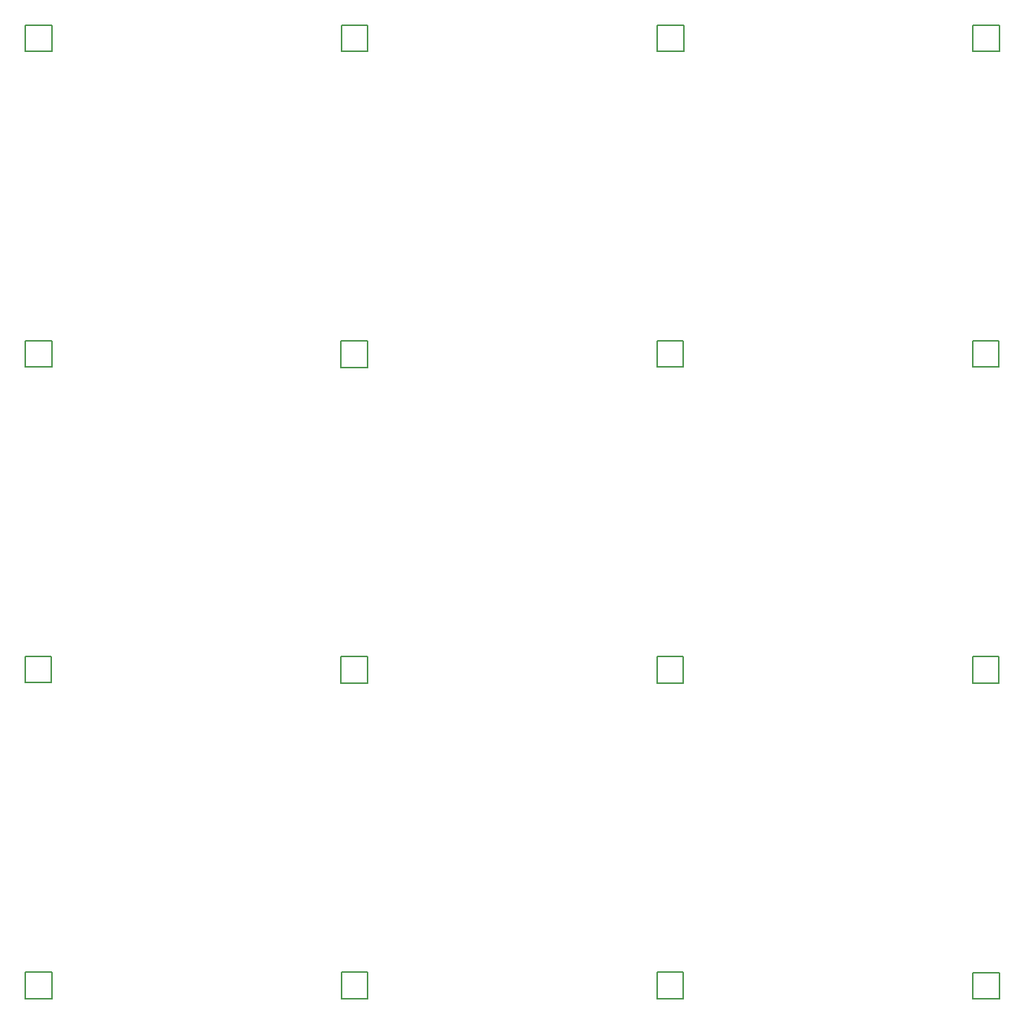
<source format=gbr>
G04*
G04 #@! TF.GenerationSoftware,Altium Limited,Altium Designer,25.0.2 (28)*
G04*
G04 Layer_Color=8388736*
%FSLAX25Y25*%
%MOIN*%
G70*
G04*
G04 #@! TF.SameCoordinates,7C83500D-BFB9-469C-A41D-0C693C3E1856*
G04*
G04*
G04 #@! TF.FilePolarity,Positive*
G04*
G01*
G75*
%ADD15C,0.00787*%
D15*
X570370Y126117D02*
Y137928D01*
X582181D01*
Y126117D02*
Y137928D01*
X570370Y126117D02*
X582181D01*
X428585Y126177D02*
Y137988D01*
X440396D01*
Y126177D02*
Y137988D01*
X428585Y126177D02*
X440396D01*
X286857Y126145D02*
Y137956D01*
X298668D01*
Y126145D02*
Y137956D01*
X286857Y126145D02*
X298668D01*
X145098Y126264D02*
Y138075D01*
X156909D01*
Y126264D02*
Y138075D01*
X145098Y126264D02*
X156909D01*
X570221Y267916D02*
Y279727D01*
X582032D01*
Y267916D02*
Y279727D01*
X570221Y267916D02*
X582032D01*
X428564Y267939D02*
Y279750D01*
X440375D01*
Y267939D02*
Y279750D01*
X428564Y267939D02*
X440375D01*
X286709Y267823D02*
Y279634D01*
X298520D01*
Y267823D02*
Y279634D01*
X286709Y267823D02*
X298520D01*
X144973Y267993D02*
Y279804D01*
X156784D01*
Y267993D02*
Y279804D01*
X144973Y267993D02*
X156784D01*
X570243Y409650D02*
Y421461D01*
X582054D01*
Y409650D02*
Y421461D01*
X570243Y409650D02*
X582054D01*
X428461Y409631D02*
Y421442D01*
X440272D01*
Y409631D02*
Y421442D01*
X428461Y409631D02*
X440272D01*
X286746Y409508D02*
Y421319D01*
X298557D01*
Y409508D02*
Y421319D01*
X286746Y409508D02*
X298557D01*
X145102Y409725D02*
Y421536D01*
X156913D01*
Y409725D02*
Y421536D01*
X145102Y409725D02*
X156913D01*
X570366Y551378D02*
Y563189D01*
X582177D01*
Y551378D02*
Y563189D01*
X570366Y551378D02*
X582177D01*
X428731Y551455D02*
Y563266D01*
X440542D01*
Y551455D02*
Y563266D01*
X428731Y551455D02*
X440542D01*
X286924Y551447D02*
Y563258D01*
X298735D01*
Y551447D02*
Y563258D01*
X286924Y551447D02*
X298735D01*
X145079Y563189D02*
X145079Y551378D01*
X145079Y563189D02*
X156890D01*
X156890Y551378D02*
X156890Y563189D01*
X145079Y551378D02*
X156890D01*
M02*

</source>
